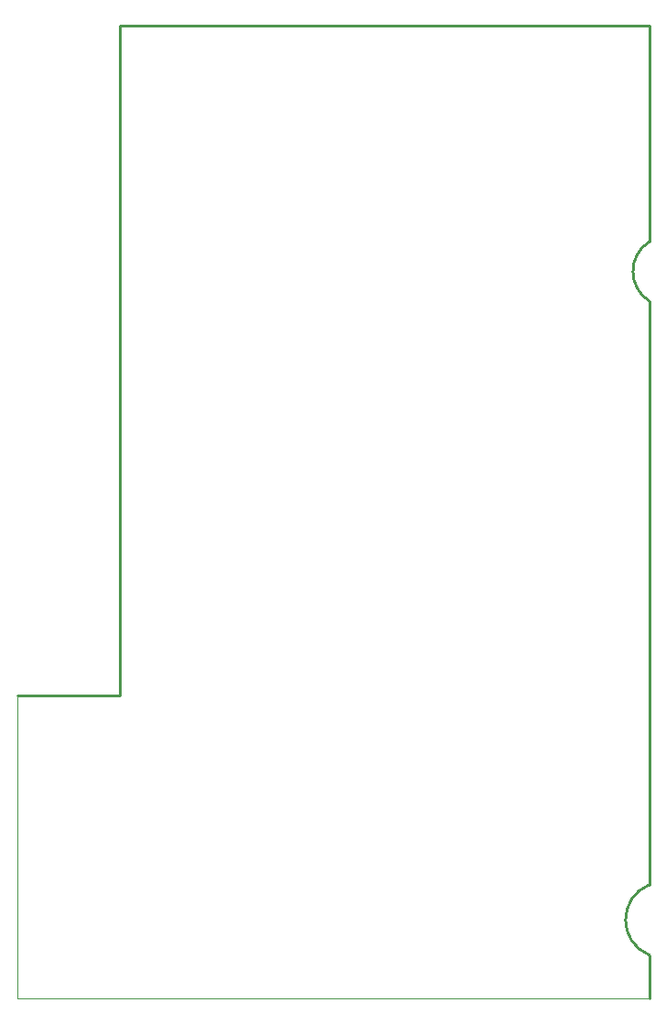
<source format=gbr>
%TF.GenerationSoftware,KiCad,Pcbnew,9.0.0*%
%TF.CreationDate,2025-04-14T10:39:46-04:00*%
%TF.ProjectId,rightPCB,72696768-7450-4434-922e-6b696361645f,rev?*%
%TF.SameCoordinates,Original*%
%TF.FileFunction,Profile,NP*%
%FSLAX46Y46*%
G04 Gerber Fmt 4.6, Leading zero omitted, Abs format (unit mm)*
G04 Created by KiCad (PCBNEW 9.0.0) date 2025-04-14 10:39:46*
%MOMM*%
%LPD*%
G01*
G04 APERTURE LIST*
%TA.AperFunction,Profile*%
%ADD10C,0.254000*%
%TD*%
%TA.AperFunction,Profile*%
%ADD11C,0.050000*%
%TD*%
G04 APERTURE END LIST*
D10*
X189391450Y-60000000D02*
X189391450Y-122000000D01*
X238391450Y-80000002D02*
X238391450Y-60000200D01*
D11*
X238391450Y-150000000D02*
X179891450Y-150000000D01*
D10*
X238391450Y-85499999D02*
G75*
G02*
X238391450Y-80000001I1733250J2749999D01*
G01*
X238391450Y-139500002D02*
X238391450Y-85499999D01*
X238391450Y-60000200D02*
X189391450Y-60000000D01*
X238391450Y-150000000D02*
X238391450Y-145999499D01*
D11*
X179891450Y-122000000D02*
X179891450Y-150000000D01*
D10*
X238391450Y-145999499D02*
G75*
G02*
X238391450Y-139500001I1299670J3249749D01*
G01*
X189391450Y-122000000D02*
X179891450Y-122000000D01*
M02*

</source>
